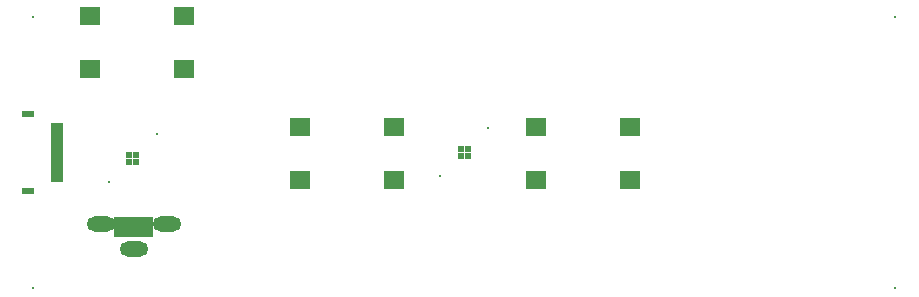
<source format=gts>
G04 Layer_Color=8388736*
%FSLAX44Y44*%
%MOMM*%
G71*
G01*
G75*
%ADD25R,0.6532X1.7032*%
%ADD26R,1.0032X0.6032*%
%ADD27R,1.0032X0.5032*%
%ADD28R,0.6032X0.6032*%
%ADD29R,1.7532X1.5032*%
G04:AMPARAMS|DCode=30|XSize=0.2032mm|YSize=0.2032mm|CornerRadius=0mm|HoleSize=0mm|Usage=FLASHONLY|Rotation=0.000|XOffset=0mm|YOffset=0mm|HoleType=Round|Shape=RoundedRectangle|*
%AMROUNDEDRECTD30*
21,1,0.2032,0.2032,0,0,0.0*
21,1,0.2032,0.2032,0,0,0.0*
1,1,0.0000,0.1016,-0.1016*
1,1,0.0000,-0.1016,-0.1016*
1,1,0.0000,-0.1016,0.1016*
1,1,0.0000,0.1016,0.1016*
%
%ADD30ROUNDEDRECTD30*%
%ADD31O,2.4032X1.3032*%
D25*
X-293670Y-63550D02*
D03*
X-287170D02*
D03*
X-280670D02*
D03*
X-274170D02*
D03*
X-267670D02*
D03*
D26*
X-370330Y31930D02*
D03*
Y-33070D02*
D03*
D27*
X-345330Y21930D02*
D03*
Y16930D02*
D03*
Y11930D02*
D03*
Y6930D02*
D03*
Y1930D02*
D03*
Y-3070D02*
D03*
Y-8070D02*
D03*
Y-13070D02*
D03*
Y-18070D02*
D03*
Y-23070D02*
D03*
D28*
X2240Y-3570D02*
D03*
X-3760D02*
D03*
Y2430D02*
D03*
X2240D02*
D03*
X-278480Y-8540D02*
D03*
X-284480D02*
D03*
Y-2540D02*
D03*
X-278480D02*
D03*
D29*
X-238380Y70210D02*
D03*
X-317880D02*
D03*
X-238380Y115210D02*
D03*
X-317880D02*
D03*
X-60580Y-23770D02*
D03*
X-140080D02*
D03*
X-60580Y21230D02*
D03*
X-140080D02*
D03*
X139750Y-23770D02*
D03*
X60250D02*
D03*
X139750Y21230D02*
D03*
X60250D02*
D03*
D30*
X-365760Y114430D02*
D03*
Y-115570D02*
D03*
X364240Y114430D02*
D03*
Y-115570D02*
D03*
X-21080Y-20890D02*
D03*
X19560Y19750D02*
D03*
X-301800Y-25860D02*
D03*
X-261160Y14780D02*
D03*
D31*
X-308670Y-61050D02*
D03*
X-252670D02*
D03*
X-280670Y-82550D02*
D03*
M02*

</source>
